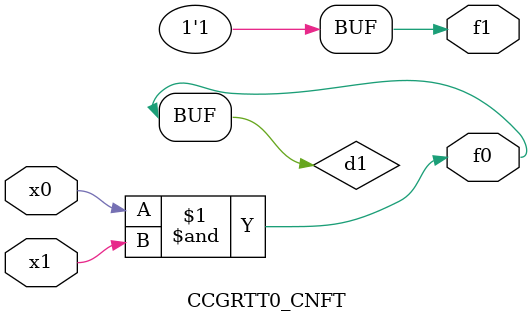
<source format=v>
module CCGRTT0_CNFT(
	input x0, x1,
	output f0, f1
);

	wire d1;

	assign f0 = d1;
	and (d1, x0, x1);
	assign f1 = 1'b1;
endmodule

</source>
